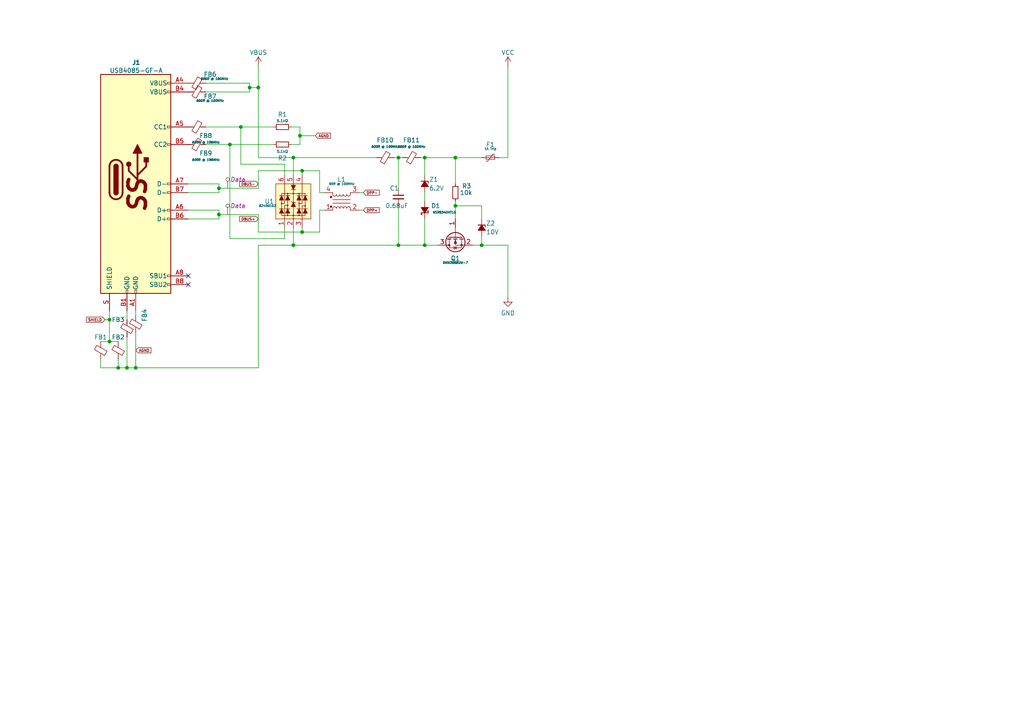
<source format=kicad_sch>
(kicad_sch (version 20230121) (generator eeschema)
  (paper "A4")
  (lib_symbols
    (symbol "Device:C_Small" (pin_numbers hide) (pin_names (offset 0.254) hide)
      (property "Reference" "C" (at 0.254 1.778 0))
      (property "Value" "C_Small" (at 0.254 -2.032 0))
      (symbol "C_Small_0_1"
        (polyline (pts (xy -1.524 -0.508) (xy 1.524 -0.508)) (stroke (width 0.3302)))
        (polyline (pts (xy -1.524 0.508) (xy 1.524 0.508)) (stroke (width 0.3048)))
      )
      (symbol "C_Small_1_1"
        (pin passive line (at 0 2.54 270) (length 2.032) (name "~") (number "1"))
        (pin passive line (at 0 -2.54 90) (length 2.032) (name "~") (number "2"))
      )
    )
    (symbol "Device:D_Schottky_Small_Filled" (pin_numbers hide) (pin_names (offset 0.254) hide)
      (property "Reference" "D" (at -1.27 2.032 0))
      (property "Value" "D_Schottky_Small_Filled" (at -7.112 -2.032 0))
      (symbol "D_Schottky_Small_Filled_0_1"
        (polyline (pts (xy -0.762 0) (xy 0.762 0)))
        (polyline (pts (xy 0.762 -1.016) (xy -0.762 0) (xy 0.762 1.016) (xy 0.762 -1.016)) (stroke (width 0.254)) (fill (type outline)))
        (polyline (pts (xy -1.27 0.762) (xy -1.27 1.016) (xy -0.762 1.016) (xy -0.762 -1.016) (xy -0.254 -1.016) (xy -0.254 -0.762)) (stroke (width 0.254)))
      )
      (symbol "D_Schottky_Small_Filled_1_1"
        (pin passive line (at -2.54 0 0) (length 1.778) (name "K") (number "1"))
        (pin passive line (at 2.54 0 180) (length 1.778) (name "A") (number "2"))
      )
    )
    (symbol "Device:D_Zener_Small_Filled" (pin_numbers hide) (pin_names (offset 0.254) hide)
      (property "Reference" "D" (at 0 2.286 0))
      (property "Value" "D_Zener_Small_Filled" (at 0 -2.286 0))
      (symbol "D_Zener_Small_Filled_0_1"
        (polyline (pts (xy 0.762 0) (xy -0.762 0)))
        (polyline (pts (xy -0.254 1.016) (xy -0.762 1.016) (xy -0.762 -1.016)) (stroke (width 0.254)))
        (polyline (pts (xy 0.762 1.016) (xy -0.762 0) (xy 0.762 -1.016) (xy 0.762 1.016)) (stroke (width 0.254)) (fill (type outline)))
      )
      (symbol "D_Zener_Small_Filled_1_1"
        (pin passive line (at -2.54 0 0) (length 1.778) (name "K") (number "1"))
        (pin passive line (at 2.54 0 180) (length 1.778) (name "A") (number "2"))
      )
    )
    (symbol "Device:FerriteBead_Small" (pin_numbers hide) (pin_names (offset 0))
      (property "Reference" "FB" (at 1.905 1.27 0))
      (property "Value" "FerriteBead_Small" (at 1.905 -1.27 0))
      (symbol "FerriteBead_Small_0_1"
        (polyline (pts (xy 0 -1.27) (xy 0 -0.7874)))
        (polyline (pts (xy 0 0.889) (xy 0 1.2954)))
        (polyline (pts (xy -1.8288 0.2794) (xy -1.1176 1.4986) (xy 1.8288 -0.2032) (xy 1.1176 -1.4224) (xy -1.8288 0.2794)))
      )
      (symbol "FerriteBead_Small_1_1"
        (pin passive line (at 0 2.54 270) (length 1.27) (name "~") (number "1"))
        (pin passive line (at 0 -2.54 90) (length 1.27) (name "~") (number "2"))
      )
    )
    (symbol "Device:Filter_EMI_LL" (pin_names (offset 0.254) hide)
      (property "Reference" "FL" (at 0 4.445 0))
      (property "Value" "Filter_EMI_LL" (at 0 -4.445 0))
      (symbol "Filter_EMI_LL_0_1"
        (circle (center -3.048 -1.27) (radius 0.254) (fill (type outline)))
        (circle (center -3.048 1.524) (radius 0.254) (fill (type outline)))
        (arc (start -2.54 2.032) (mid -2.032 1.5262) (end -1.524 2.032))
        (arc (start -1.524 -2.032) (mid -2.032 -1.5262) (end -2.54 -2.032))
        (arc (start -1.524 2.032) (mid -1.016 1.5262) (end -0.508 2.032))
        (arc (start -0.508 -2.032) (mid -1.016 -1.5262) (end -1.524 -2.032))
        (arc (start -0.508 2.032) (mid 0 1.5262) (end 0.508 2.032))
        (polyline (pts (xy -2.54 -2.032) (xy -2.54 -2.54)))
        (polyline (pts (xy -2.54 0.508) (xy 2.54 0.508)))
        (polyline (pts (xy -2.54 2.032) (xy -2.54 2.54)))
        (polyline (pts (xy 2.54 -2.032) (xy 2.54 -2.54)))
        (polyline (pts (xy 2.54 -0.508) (xy -2.54 -0.508)))
        (polyline (pts (xy 2.54 2.54) (xy 2.54 2.032)))
        (arc (start 0.508 -2.032) (mid 0 -1.5262) (end -0.508 -2.032))
        (arc (start 0.508 2.032) (mid 1.016 1.5262) (end 1.524 2.032))
        (arc (start 1.524 -2.032) (mid 1.016 -1.5262) (end 0.508 -2.032))
        (arc (start 1.524 2.032) (mid 2.032 1.5262) (end 2.54 2.032))
        (arc (start 2.54 -2.032) (mid 2.032 -1.5262) (end 1.524 -2.032))
      )
      (symbol "Filter_EMI_LL_1_1"
        (pin passive line (at -5.08 2.54 0) (length 2.54) (name "1") (number "1"))
        (pin passive line (at 5.08 2.54 180) (length 2.54) (name "2") (number "2"))
        (pin passive line (at 5.08 -2.54 180) (length 2.54) (name "3") (number "3"))
        (pin passive line (at -5.08 -2.54 0) (length 2.54) (name "4") (number "4"))
      )
    )
    (symbol "Device:Polyfuse_Small" (pin_numbers hide) (pin_names (offset 0))
      (property "Reference" "F" (at -1.905 0 90))
      (property "Value" "Polyfuse_Small" (at 1.905 0 90))
      (symbol "Polyfuse_Small_0_1"
        (rectangle (start -0.508 1.27) (end 0.508 -1.27))
        (polyline (pts (xy 0 2.54) (xy 0 -2.54)))
        (polyline (pts (xy -1.016 1.27) (xy -1.016 0.762) (xy 1.016 -0.762) (xy 1.016 -1.27)))
      )
      (symbol "Polyfuse_Small_1_1"
        (pin passive line (at 0 2.54 270) (length 0.635) (name "~") (number "1"))
        (pin passive line (at 0 -2.54 90) (length 0.635) (name "~") (number "2"))
      )
    )
    (symbol "Device:R_Small" (pin_numbers hide) (pin_names (offset 0.254) hide)
      (property "Reference" "R" (at 0.762 0.508 0))
      (property "Value" "R_Small" (at 0.762 -1.016 0))
      (symbol "R_Small_0_1"
        (rectangle (start -0.762 1.778) (end 0.762 -1.778) (stroke (width 0.2032)))
      )
      (symbol "R_Small_1_1"
        (pin passive line (at 0 2.54 270) (length 0.762) (name "~") (number "1"))
        (pin passive line (at 0 -2.54 90) (length 0.762) (name "~") (number "2"))
      )
    )
    (symbol "Power_Protection:WE-TVS-824014"
      (property "Reference" "U" (at 0 6.35 0))
      (property "Value" "WE-TVS-824014" (at 0 -6.35 0))
      (symbol "WE-TVS-824014_0_1"
        (rectangle (start -5.08 5.08) (end 5.08 -5.08) (fill (type background)))
        (circle (center -4.064 -1.651) (radius 0.127))
        (circle (center -4.064 0) (radius 0.127))
        (circle (center -4.064 1.651) (radius 0.127))
        (rectangle (start -4.064 1.651) (end 2.286 -1.651))
        (circle (center -1.27 -3.429) (radius 0.127))
        (circle (center -1.143 1.651) (radius 0.127))
        (circle (center -0.635 -1.651) (radius 0.127))
        (circle (center -0.635 3.429) (radius 0.127))
        (polyline (pts (xy -4.064 0) (xy -5.08 0)))
        (polyline (pts (xy -4.064 0) (xy 2.286 0)) (fill (type outline)))
        (polyline (pts (xy -2.159 -2.794) (xy -2.159 -4.064)))
        (polyline (pts (xy -2.159 -1.016) (xy -2.159 -2.286)))
        (polyline (pts (xy -2.159 2.286) (xy -2.159 1.016)))
        (polyline (pts (xy -2.159 4.064) (xy -2.159 2.794)))
        (polyline (pts (xy -0.508 -0.635) (xy -0.508 -0.635)))
        (polyline (pts (xy 1.651 -2.794) (xy 1.651 -4.064)))
        (polyline (pts (xy 1.651 -1.016) (xy 1.651 -2.286)))
        (polyline (pts (xy 1.651 2.286) (xy 1.651 1.016)))
        (polyline (pts (xy 1.651 4.064) (xy 1.651 2.794)))
        (polyline (pts (xy 2.286 0) (xy 5.08 0)))
        (polyline (pts (xy -1.143 1.651) (xy -1.143 2.54) (xy -5.08 2.54)))
        (polyline (pts (xy -0.635 3.429) (xy -0.635 2.54) (xy 5.08 2.54)))
        (polyline (pts (xy -4.064 -1.651) (xy -4.064 -3.429) (xy 2.286 -3.429) (xy 2.286 -1.651)))
        (polyline (pts (xy -4.064 1.651) (xy -4.064 3.429) (xy 2.286 3.429) (xy 2.286 1.651)))
        (polyline (pts (xy -3.429 -2.794) (xy -3.429 -4.064) (xy -2.159 -3.429) (xy -3.429 -2.794)) (fill (type outline)))
        (polyline (pts (xy -3.429 -1.016) (xy -3.429 -2.286) (xy -2.159 -1.651) (xy -3.429 -1.016)) (fill (type outline)))
        (polyline (pts (xy -3.429 1.016) (xy -3.429 2.286) (xy -2.159 1.651) (xy -3.429 1.016)) (fill (type outline)))
        (polyline (pts (xy -3.429 2.794) (xy -3.429 4.064) (xy -2.159 3.429) (xy -3.429 2.794)) (fill (type outline)))
        (polyline (pts (xy 0 0.635) (xy -0.254 0.381) (xy -0.254 -0.381) (xy -0.508 -0.635)))
        (polyline (pts (xy 0.381 -2.794) (xy 0.381 -4.064) (xy 1.651 -3.429) (xy 0.381 -2.794)) (fill (type outline)))
        (polyline (pts (xy 0.381 -1.016) (xy 0.381 -2.286) (xy 1.651 -1.651) (xy 0.381 -1.016)) (fill (type outline)))
        (polyline (pts (xy 0.381 1.016) (xy 0.381 2.286) (xy 1.651 1.651) (xy 0.381 1.016)) (fill (type outline)))
        (polyline (pts (xy 0.381 2.794) (xy 0.381 4.064) (xy 1.651 3.429) (xy 0.381 2.794)) (fill (type outline)))
        (circle (center 2.286 -1.651) (radius 0.127))
        (circle (center 2.286 0) (radius 0.127))
        (circle (center 2.286 1.651) (radius 0.127))
      )
      (symbol "WE-TVS-824014_1_1"
        (polyline (pts (xy 3.429 0.635) (xy 3.429 -0.635)))
        (polyline (pts (xy -1.27 -3.429) (xy -1.27 -2.54) (xy -5.08 -2.54)))
        (polyline (pts (xy -0.635 -1.651) (xy -0.635 -2.54) (xy 5.08 -2.54)))
        (polyline (pts (xy -1.524 0.635) (xy -1.524 -0.635) (xy -0.254 0) (xy -1.524 0.635)) (fill (type outline)))
        (polyline (pts (xy 4.699 0.635) (xy 4.699 -0.635) (xy 3.429 0) (xy 4.699 0.635)) (fill (type outline)))
        (pin passive line (at -7.62 2.54 0) (length 2.54) (name "~") (number "1"))
        (pin passive line (at -7.62 0 0) (length 2.54) (name "~") (number "2"))
        (pin passive line (at -7.62 -2.54 0) (length 2.54) (name "~") (number "3"))
        (pin passive line (at 7.62 -2.54 180) (length 2.54) (name "~") (number "4"))
        (pin passive line (at 7.62 0 180) (length 2.54) (name "~") (number "5"))
        (pin passive line (at 7.62 2.54 180) (length 2.54) (name "~") (number "6"))
      )
    )
    (symbol "Transistor_FET:DMN2058U" (pin_names hide)
      (property "Reference" "Q" (at 5.08 1.905 0))
      (property "Value" "DMN2058U" (at 5.08 0 0))
      (symbol "DMN2058U_0_1"
        (polyline (pts (xy 0.254 0) (xy -2.54 0)))
        (polyline (pts (xy 0.254 1.905) (xy 0.254 -1.905)) (stroke (width 0.254)))
        (polyline (pts (xy 0.762 -1.27) (xy 0.762 -2.286)) (stroke (width 0.254)))
        (polyline (pts (xy 0.762 0.508) (xy 0.762 -0.508)) (stroke (width 0.254)))
        (polyline (pts (xy 0.762 2.286) (xy 0.762 1.27)) (stroke (width 0.254)))
        (polyline (pts (xy 2.54 2.54) (xy 2.54 1.778)))
        (polyline (pts (xy 2.54 -2.54) (xy 2.54 0) (xy 0.762 0)))
        (polyline (pts (xy 0.762 -1.778) (xy 3.302 -1.778) (xy 3.302 1.778) (xy 0.762 1.778)))
        (polyline (pts (xy 1.016 0) (xy 2.032 0.381) (xy 2.032 -0.381) (xy 1.016 0)) (fill (type outline)))
        (polyline (pts (xy 2.794 0.508) (xy 2.921 0.381) (xy 3.683 0.381) (xy 3.81 0.254)))
        (polyline (pts (xy 3.302 0.381) (xy 2.921 -0.254) (xy 3.683 -0.254) (xy 3.302 0.381)))
        (circle (center 1.651 0) (radius 2.794) (stroke (width 0.254)))
        (circle (center 2.54 -1.778) (radius 0.254) (fill (type outline)))
        (circle (center 2.54 1.778) (radius 0.254) (fill (type outline)))
      )
      (symbol "DMN2058U_1_1"
        (pin input line (at -5.08 0 0) (length 2.54) (name "G") (number "1"))
        (pin passive line (at 2.54 -5.08 90) (length 2.54) (name "S") (number "2"))
        (pin passive line (at 2.54 5.08 270) (length 2.54) (name "D") (number "3"))
      )
    )
    (symbol "acheronSymbols:TYPE-C-31-M12_13" (pin_names (offset 1.016))
      (property "Reference" "J" (at -1.27 35.56 0))
      (property "Value" "TYPE-C-31-M12_13" (at 10.16 33.02 0))
      (symbol "TYPE-C-31-M12_13_0_0"
        (rectangle (start -0.254 -31.75) (end 0.254 -30.734))
        (rectangle (start 10.16 -28.956) (end 9.144 -29.464))
        (rectangle (start 10.16 -26.416) (end 9.144 -26.924))
        (rectangle (start 10.16 -9.906) (end 9.144 -10.414))
        (rectangle (start 10.16 -7.366) (end 9.144 -7.874))
        (rectangle (start 10.16 -2.286) (end 9.144 -2.794))
        (rectangle (start 10.16 0.254) (end 9.144 -0.254))
        (rectangle (start 10.16 11.684) (end 9.144 11.176))
        (rectangle (start 10.16 16.764) (end 9.144 16.256))
        (rectangle (start 10.16 29.464) (end 9.144 28.956))
        (text "SS" (at 0.508 -3.175 900) (effects (font (size 5.08 5.08) bold italic)))
      )
      (symbol "TYPE-C-31-M12_13_0_1"
        (rectangle (start -10.16 31.75) (end 10.16 -31.75) (stroke (width 0.254)) (fill (type background)))
        (arc (start -7.62 -2.54) (mid -5.715 -4.4367) (end -3.81 -2.54) (stroke (width 0.508)))
        (arc (start -6.35 -2.54) (mid -5.715 -3.1723) (end -5.08 -2.54) (stroke (width 0.254)))
        (arc (start -6.35 -2.54) (mid -5.715 -3.1723) (end -5.08 -2.54) (stroke (width 0.254)) (fill (type outline)))
        (rectangle (start -6.35 -2.54) (end -5.08 5.08) (stroke (width 0.254)) (fill (type outline)))
        (arc (start -5.08 5.08) (mid -5.715 5.7123) (end -6.35 5.08) (stroke (width 0.254)))
        (arc (start -5.08 5.08) (mid -5.715 5.7123) (end -6.35 5.08) (stroke (width 0.254)) (fill (type outline)))
        (arc (start -3.81 5.08) (mid -5.715 6.9767) (end -7.62 5.08) (stroke (width 0.508)))
        (circle (center -2.032 5.715) (radius 0.635) (stroke (width 0.254)) (fill (type outline)))
        (polyline (pts (xy -7.62 -2.54) (xy -7.62 5.08)) (stroke (width 0.508)))
        (polyline (pts (xy -3.81 5.08) (xy -3.81 -2.54)) (stroke (width 0.508)))
        (polyline (pts (xy 0.508 0) (xy 0.508 8.89)) (stroke (width 0.508)))
        (polyline (pts (xy 0.508 1.27) (xy -2.032 3.81) (xy -2.032 5.08)) (stroke (width 0.508)))
        (polyline (pts (xy 0.508 2.54) (xy 3.048 5.08) (xy 3.048 6.35)) (stroke (width 0.508)))
        (polyline (pts (xy -0.762 8.89) (xy 0.508 11.43) (xy 1.778 8.89) (xy -0.762 8.89)) (stroke (width 0.254)) (fill (type outline)))
        (rectangle (start 2.413 6.35) (end 3.683 7.62) (stroke (width 0.254)) (fill (type outline)))
      )
      (symbol "TYPE-C-31-M12_13_1_1"
        (rectangle (start -2.794 -31.75) (end -2.286 -30.734))
        (rectangle (start 10.16 26.924) (end 9.144 26.416))
        (pin power_out line (at 0 -36.83 90) (length 5.08) (name "GND") (number "A1"))
        (pin power_out line (at 15.24 29.21 180) (length 5.08) (name "VBUS") (number "A4"))
        (pin bidirectional line (at 15.24 16.51 180) (length 5.08) (name "CC1") (number "A5"))
        (pin bidirectional line (at 15.24 -7.62 180) (length 5.08) (name "D+") (number "A6"))
        (pin bidirectional line (at 15.24 0 180) (length 5.08) (name "D-") (number "A7"))
        (pin bidirectional line (at 15.24 -26.67 180) (length 5.08) (name "SBU1") (number "A8"))
        (pin power_out line (at -2.54 -36.83 90) (length 5.08) (name "GND") (number "B1"))
        (pin power_out line (at 15.24 26.67 180) (length 5.08) (name "VBUS") (number "B4"))
        (pin bidirectional line (at 15.24 11.43 180) (length 5.08) (name "CC2") (number "B5"))
        (pin bidirectional line (at 15.24 -10.16 180) (length 5.08) (name "D+") (number "B6"))
        (pin bidirectional line (at 15.24 -2.54 180) (length 5.08) (name "D-") (number "B7"))
        (pin bidirectional line (at 15.24 -29.21 180) (length 5.08) (name "SBU2") (number "B8"))
        (pin passive line (at -7.62 -36.83 90) (length 5.08) (name "SHIELD") (number "S"))
      )
    )
    (symbol "power:GND" (power) (pin_names (offset 0))
      (property "Value" "GND" (at 0 -3.81 0))
      (symbol "GND_0_1"
        (polyline (pts (xy 0 0) (xy 0 -1.27) (xy 1.27 -1.27) (xy 0 -2.54) (xy -1.27 -1.27) (xy 0 -1.27)))
      )
      (symbol "GND_1_1"
        (pin power_in line (at 0 0 270) (length 0) hide (name "GND") (number "1"))
      )
    )
    (symbol "power:VBUS" (power) (pin_names (offset 0))
      (property "Value" "VBUS" (at 0 3.81 0))
      (symbol "VBUS_0_1"
        (polyline (pts (xy -0.762 1.27) (xy 0 2.54)))
        (polyline (pts (xy 0 0) (xy 0 2.54)))
        (polyline (pts (xy 0 2.54) (xy 0.762 1.27)))
      )
      (symbol "VBUS_1_1"
        (pin power_in line (at 0 0 90) (length 0) hide (name "VBUS") (number "1"))
      )
    )
    (symbol "power:VCC" (power) (pin_names (offset 0))
      (property "Value" "VCC" (at 0 3.81 0))
      (symbol "VCC_0_1"
        (polyline (pts (xy -0.762 1.27) (xy 0 2.54)))
        (polyline (pts (xy 0 0) (xy 0 2.54)))
        (polyline (pts (xy 0 2.54) (xy 0.762 1.27)))
      )
      (symbol "VCC_1_1"
        (pin power_in line (at 0 0 90) (length 0) hide (name "VCC") (number "1"))
      )
    )
  )
  (junction (at 139.7 71.12))
  (junction (at 87.63 67.31))
  (junction (at 31.75 92.71))
  (junction (at 69.85 36.83))
  (junction (at 87.63 49.53))
  (junction (at 132.08 59.69))
  (junction (at 39.37 106.68))
  (junction (at 72.39 25.4))
  (junction (at 115.57 71.12))
  (junction (at 63.5 54.61))
  (junction (at 74.93 25.4))
  (junction (at 123.19 45.72))
  (junction (at 85.09 45.72))
  (junction (at 36.83 106.68))
  (junction (at 66.675 41.91))
  (junction (at 132.08 45.72))
  (junction (at 31.75 99.06))
  (junction (at 63.5 62.23))
  (junction (at 123.19 71.12))
  (junction (at 85.09 71.12))
  (junction (at 86.995 39.37))
  (junction (at 115.57 45.72))
  (junction (at 34.29 106.68))
  (no_connect (at 54.61 80.01))
  (no_connect (at 54.61 82.55))
  (wire (pts (xy 123.19 55.88) (xy 123.19 58.42)))
  (wire (pts (xy 74.93 19.05) (xy 74.93 25.4)))
  (wire (pts (xy 36.83 97.79) (xy 36.83 106.68)))
  (wire (pts (xy 39.37 106.68) (xy 36.83 106.68)))
  (wire (pts (xy 123.19 63.5) (xy 123.19 71.12)))
  (wire (pts (xy 85.09 71.12) (xy 115.57 71.12)))
  (wire (pts (xy 115.57 59.69) (xy 115.57 71.12)))
  (wire (pts (xy 72.39 26.67) (xy 72.39 25.4)))
  (wire (pts (xy 115.57 45.72) (xy 115.57 54.61)))
  (wire (pts (xy 54.61 60.96) (xy 63.5 60.96)))
  (wire (pts (xy 147.32 19.05) (xy 147.32 45.72)))
  (wire (pts (xy 85.09 66.04) (xy 85.09 71.12)))
  (wire (pts (xy 104.14 55.88) (xy 105.41 55.88)))
  (wire (pts (xy 66.675 69.215) (xy 66.675 41.91)))
  (wire (pts (xy 93.98 60.96) (xy 92.71 60.96)))
  (wire (pts (xy 104.14 60.96) (xy 105.41 60.96)))
  (wire (pts (xy 92.71 49.53) (xy 92.71 55.88)))
  (wire (pts (xy 82.55 47.625) (xy 69.85 47.625)))
  (wire (pts (xy 87.63 49.53) (xy 87.63 50.8)))
  (wire (pts (xy 87.63 66.04) (xy 87.63 67.31)))
  (wire (pts (xy 123.19 71.12) (xy 127 71.12)))
  (wire (pts (xy 121.92 45.72) (xy 123.19 45.72)))
  (wire (pts (xy 139.7 68.58) (xy 139.7 71.12)))
  (wire (pts (xy 63.5 60.96) (xy 63.5 62.23)))
  (wire (pts (xy 74.93 106.68) (xy 74.93 71.12)))
  (wire (pts (xy 74.93 67.31) (xy 87.63 67.31)))
  (wire (pts (xy 72.39 25.4) (xy 74.93 25.4)))
  (wire (pts (xy 139.7 71.12) (xy 147.32 71.12)))
  (wire (pts (xy 59.69 41.91) (xy 66.675 41.91)))
  (wire (pts (xy 29.21 99.06) (xy 31.75 99.06)))
  (wire (pts (xy 132.08 45.72) (xy 139.7 45.72)))
  (wire (pts (xy 54.61 63.5) (xy 63.5 63.5)))
  (wire (pts (xy 31.75 90.17) (xy 31.75 92.71)))
  (wire (pts (xy 59.69 24.13) (xy 72.39 24.13)))
  (wire (pts (xy 31.75 92.71) (xy 31.75 99.06)))
  (wire (pts (xy 123.19 45.72) (xy 132.08 45.72)))
  (wire (pts (xy 123.19 45.72) (xy 123.19 50.8)))
  (wire (pts (xy 74.93 62.23) (xy 74.93 67.31)))
  (wire (pts (xy 39.37 106.68) (xy 74.93 106.68)))
  (wire (pts (xy 139.7 59.69) (xy 139.7 63.5)))
  (wire (pts (xy 92.71 60.96) (xy 92.71 67.31)))
  (wire (pts (xy 85.09 45.72) (xy 109.22 45.72)))
  (wire (pts (xy 144.78 45.72) (xy 147.32 45.72)))
  (wire (pts (xy 79.375 36.83) (xy 69.85 36.83)))
  (wire (pts (xy 87.63 67.31) (xy 92.71 67.31)))
  (wire (pts (xy 54.61 55.88) (xy 63.5 55.88)))
  (wire (pts (xy 74.93 54.61) (xy 74.93 49.53)))
  (wire (pts (xy 74.93 25.4) (xy 74.93 45.72)))
  (wire (pts (xy 132.08 45.72) (xy 132.08 53.34)))
  (wire (pts (xy 29.21 106.68) (xy 34.29 106.68)))
  (wire (pts (xy 63.5 54.61) (xy 63.5 55.88)))
  (wire (pts (xy 132.08 59.69) (xy 132.08 63.5)))
  (wire (pts (xy 39.37 96.52) (xy 39.37 106.68)))
  (wire (pts (xy 74.93 71.12) (xy 85.09 71.12)))
  (wire (pts (xy 66.675 41.91) (xy 79.375 41.91)))
  (wire (pts (xy 137.16 71.12) (xy 139.7 71.12)))
  (wire (pts (xy 54.61 53.34) (xy 63.5 53.34)))
  (wire (pts (xy 59.69 26.67) (xy 72.39 26.67)))
  (wire (pts (xy 82.55 69.215) (xy 66.675 69.215)))
  (wire (pts (xy 86.995 36.83) (xy 86.995 39.37)))
  (wire (pts (xy 82.55 66.04) (xy 82.55 69.215)))
  (wire (pts (xy 74.93 45.72) (xy 85.09 45.72)))
  (wire (pts (xy 132.08 59.69) (xy 132.08 58.42)))
  (wire (pts (xy 69.85 47.625) (xy 69.85 36.83)))
  (wire (pts (xy 87.63 49.53) (xy 92.71 49.53)))
  (wire (pts (xy 114.3 45.72) (xy 115.57 45.72)))
  (wire (pts (xy 63.5 62.23) (xy 74.93 62.23)))
  (wire (pts (xy 86.995 41.91) (xy 84.455 41.91)))
  (wire (pts (xy 31.75 99.06) (xy 34.29 99.06)))
  (wire (pts (xy 74.93 49.53) (xy 87.63 49.53)))
  (wire (pts (xy 92.71 55.88) (xy 93.98 55.88)))
  (wire (pts (xy 29.21 106.68) (xy 29.21 104.14)))
  (wire (pts (xy 63.5 53.34) (xy 63.5 54.61)))
  (wire (pts (xy 82.55 47.625) (xy 82.55 50.8)))
  (wire (pts (xy 36.83 90.17) (xy 36.83 92.71)))
  (wire (pts (xy 34.29 106.68) (xy 36.83 106.68)))
  (wire (pts (xy 39.37 90.17) (xy 39.37 91.44)))
  (wire (pts (xy 115.57 71.12) (xy 123.19 71.12)))
  (wire (pts (xy 85.09 45.72) (xy 85.09 50.8)))
  (wire (pts (xy 91.44 39.37) (xy 86.995 39.37)))
  (wire (pts (xy 63.5 54.61) (xy 74.93 54.61)))
  (wire (pts (xy 147.32 71.12) (xy 147.32 86.36)))
  (wire (pts (xy 59.69 36.83) (xy 69.85 36.83)))
  (wire (pts (xy 30.48 92.71) (xy 31.75 92.71)))
  (wire (pts (xy 63.5 62.23) (xy 63.5 63.5)))
  (wire (pts (xy 115.57 45.72) (xy 116.84 45.72)))
  (wire (pts (xy 34.29 106.68) (xy 34.29 104.14)))
  (wire (pts (xy 84.455 36.83) (xy 86.995 36.83)))
  (wire (pts (xy 132.08 59.69) (xy 139.7 59.69)))
  (wire (pts (xy 86.995 39.37) (xy 86.995 41.91)))
  (wire (pts (xy 72.39 24.13) (xy 72.39 25.4)))
  (global_label "DPP-" (shape input) (at 105.41 55.88 0) (effects (font (size 0.75 0.75))) (property "Intersheetrefs" "${INTERSHEET_REFS}" (effects hide)))
  (global_label "DBUS+" (shape input) (at 74.93 63.5 180) (effects (font (size 0.762 0.762))) (property "Intersheetrefs" "${INTERSHEET_REFS}" (effects hide)))
  (global_label "SHIELD" (shape input) (at 30.48 92.71 180) (effects (font (size 0.762 0.762))) (property "Intersheetrefs" "${INTERSHEET_REFS}" (effects hide)))
  (global_label "DPP+" (shape input) (at 105.41 60.96 0) (effects (font (size 0.75 0.75))) (property "Intersheetrefs" "${INTERSHEET_REFS}" (effects hide)))
  (global_label "AGND" (shape input) (at 91.44 39.37 0) (effects (font (size 0.762 0.762))) (property "Intersheetrefs" "${INTERSHEET_REFS}" (effects hide)))
  (global_label "DBUS-" (shape input) (at 74.93 53.34 180) (effects (font (size 0.762 0.762))) (property "Intersheetrefs" "${INTERSHEET_REFS}" (effects hide)))
  (global_label "AGND" (shape input) (at 39.37 101.6 0) (effects (font (size 0.762 0.762))) (property "Intersheetrefs" "${INTERSHEET_REFS}" (effects hide)))
  (netclass_flag "" (length 2.54) (shape round) (at 66.04 54.61 0) (property "Netclass" "Data" (at 66.7385 52.07 0) (effects (font italic) (justify left))))
  (netclass_flag "" (length 2.54) (shape round) (at 66.04 62.23 0) (property "Netclass" "Data" (at 66.7385 59.69 0) (effects (font italic) (justify left))))
  (symbol (lib_id "Device:FerriteBead_Small") (at 57.15 36.83 90) (unit 1)
    (property "Reference" "FB8" (at 59.69 39.37 90))
    (property "Value" "600R @ 100MHz" (at 59.7281 41.275 90) (effects (font (size 0.635 0.635) italic)))
    (property "Footprint" "Resistor_SMD:R_0402_1005Metric_Pad0.72x0.64mm_HandSolder" (effects hide))
    (property "Datasheet" "https://www.we-online.com/katalog/datasheet/742792651.pdf" (effects hide))
  )
  (symbol (lib_id "Device:D_Zener_Small_Filled") (at 139.7 66.04 270) (unit 1)
    (property "Reference" "Z2" (at 140.97 64.77 90) (effects (justify left)))
    (property "Value" "10V" (at 140.97 67.31 90) (effects (justify left)))
    (property "Footprint" "Diode_SMD:D_SOD-323" (effects hide))
    (property "Datasheet" "https://rocelec.widen.net/view/pdf/mmjrjopmpw/PHGLS22257-1.pdf" (effects hide))
    (property "Mfr PN" "PDZ10B,115" (effects hide))
  )
  (symbol (lib_id "power:VBUS") (at 74.93 19.05 0) (unit 1)
    (property "Reference" "#PWR03" (effects hide))
    (property "Value" "VBUS" (at 74.93 15.24 0))
  )
  (symbol (lib_id "Device:FerriteBead_Small") (at 36.83 95.25 180) (unit 1)
    (property "Reference" "FB3" (at 34.29 92.71 0))
    (property "Value" "600R @ 100MHz" (effects hide))
    (property "Footprint" "Resistor_SMD:R_0402_1005Metric_Pad0.72x0.64mm_HandSolder" (effects hide))
    (property "Datasheet" "https://www.we-online.com/katalog/datasheet/742792651.pdf" (effects hide))
  )
  (symbol (lib_id "power:GND") (at 147.32 86.36 0) (mirror y) (unit 1)
    (property "Reference" "#PWR06" (effects hide))
    (property "Value" "GND" (at 147.32 90.805 0))
  )
  (symbol (lib_id "acheronSymbols:TYPE-C-31-M12_13") (at 39.37 53.34 0) (unit 1)
    (property "Reference" "J1" (at 39.497 18.1568 0) (effects (font bold)))
    (property "Value" "USB4085-GF-A" (at 39.497 20.4555 0))
    (property "Footprint" "acheron_Connectors:TYPE-C-31-M-12" (effects hide))
    (property "Datasheet" "https://datasheet.lcsc.com/szlcsc/1811131825_Korean-Hroparts-Elec-TYPE-C-31-M-12_C165948.pdf" (effects hide))
    (property "Manufacturer" "Korean Hroparts Elec" (effects hide))
    (property "MFR P/N" "TYPE-C-31-M-12" (effects hide))
    (property "MANUFACTURER" "Korean Hroparts Elec" (effects hide))
    (property "Package" "TYPE-C-31_L8.94_W7.3" (effects hide))
  )
  (symbol (lib_id "Device:D_Schottky_Small_Filled") (at 123.19 60.96 90) (unit 1)
    (property "Reference" "D1" (at 126.365 59.69 90))
    (property "Value" "NSR0340HT1G" (at 128.905 61.595 90) (effects (font (size 0.635 0.635))))
    (property "Footprint" "Diode_SMD:D_SOD-323" (effects hide))
    (property "Datasheet" "https://assets.nexperia.com/documents/data-sheet/BAS85.pdf" (effects hide))
    (property "Mfr PN" "NSR0340HT1G" (effects hide))
  )
  (symbol (lib_id "Device:Filter_EMI_LL") (at 99.06 58.42 0) (mirror x) (unit 1)
    (property "Reference" "L1" (at 99.06 52.07 0))
    (property "Value" "90R @ 100MHz" (at 99.06 53.34 0) (effects (font (size 0.635 0.635) italic)))
    (property "Footprint" "1-web-footprints:CMC-WE-744232090" (effects hide))
    (property "Datasheet" "https://www.we-online.com/katalog/datasheet/744232090.pdf" (effects hide))
  )
  (symbol (lib_id "Device:D_Zener_Small_Filled") (at 123.19 53.34 270) (unit 1)
    (property "Reference" "Z1" (at 124.46 52.07 90) (effects (justify left)))
    (property "Value" "6.2V" (at 124.46 54.61 90) (effects (justify left)))
    (property "Footprint" "Diode_SMD:D_SOD-323" (effects hide))
    (property "Datasheet" "https://media.digikey.com/pdf/Data%20Sheets/ON%20Semiconductor%20PDFs/MM3ZyyyT1G_SZMM3ZyyyT1G_Series_rev.11_Sep2014.pdf" (effects hide))
    (property "Mfr PN" "MM3Z6V2T1G" (effects hide))
  )
  (symbol (lib_id "Transistor_FET:DMN2058U") (at 132.08 68.58 90) (mirror x) (unit 1)
    (property "Reference" "Q1" (at 132.08 74.93 90))
    (property "Value" "DMN2058UW-7" (at 132.08 76.2 90) (effects (font (size 0.635 0.635) italic)))
    (property "Footprint" "Package_TO_SOT_SMD:SOT-23" (effects hide))
    (property "Datasheet" "https://www.diodes.com/assets/Datasheets/DMN2058UW.pdf" (effects hide))
  )
  (symbol (lib_id "Device:R_Small") (at 132.08 55.88 0) (mirror y) (unit 1)
    (property "Reference" "R3" (at 133.985 53.975 0) (effects (justify right)))
    (property "Value" "10k" (at 133.35 55.88 0) (effects (justify right)))
    (property "Footprint" "Resistor_SMD:R_0402_1005Metric_Pad0.72x0.64mm_HandSolder" (effects hide))
  )
  (symbol (lib_id "Device:R_Small") (at 81.915 36.83 90) (unit 1)
    (property "Reference" "R1" (at 81.915 33.1794 90))
    (property "Value" "5.1kΩ" (at 81.915 35.0595 90) (effects (font (size 0.75 0.75))))
    (property "Footprint" "Resistor_SMD:R_0402_1005Metric_Pad0.72x0.64mm_HandSolder" (effects hide))
    (property "Datasheet" "https://datasheet.lcsc.com/szlcsc/Uniroyal-Elec-0603WAF5101T5E_C23186.pdf" (effects hide))
    (property "Manufacturer" "Uniroyal Elec" (effects hide))
    (property "MFR P/N" "0603WAF5101T5E" (effects hide))
    (property "Package" "0603" (effects hide))
    (property "MANUFACTURER" "Uniroyal Elec" (effects hide))
  )
  (symbol (lib_id "Device:FerriteBead_Small") (at 39.37 93.98 180) (unit 1)
    (property "Reference" "FB4" (at 41.91 91.44 90))
    (property "Value" "600R @ 100MHz" (effects hide))
    (property "Footprint" "Resistor_SMD:R_0402_1005Metric_Pad0.72x0.64mm_HandSolder" (effects hide))
    (property "Datasheet" "https://www.we-online.com/katalog/datasheet/742792651.pdf" (effects hide))
  )
  (symbol (lib_id "Device:R_Small") (at 81.915 41.91 90) (unit 1)
    (property "Reference" "R2" (at 81.915 45.8794 90))
    (property "Value" "5.1kΩ" (at 81.915 43.9495 90) (effects (font (size 0.75 0.75))))
    (property "Footprint" "Resistor_SMD:R_0402_1005Metric_Pad0.72x0.64mm_HandSolder" (effects hide))
    (property "Datasheet" "https://datasheet.lcsc.com/szlcsc/Uniroyal-Elec-0603WAF5101T5E_C23186.pdf" (effects hide))
    (property "Manufacturer" "Uniroyal Elec" (effects hide))
    (property "MFR P/N" "0603WAF5101T5E" (effects hide))
    (property "Package" "0603" (effects hide))
    (property "MANUFACTURER" "Uniroyal Elec" (effects hide))
  )
  (symbol (lib_id "Device:FerriteBead_Small") (at 119.38 45.72 90) (unit 1)
    (property "Reference" "FB11" (at 119.3419 40.64 90))
    (property "Value" "600R @ 100MHz" (at 119.38 42.545 90) (effects (font (size 0.635 0.635) italic)))
    (property "Footprint" "Resistor_SMD:R_0402_1005Metric_Pad0.72x0.64mm_HandSolder" (effects hide))
    (property "Datasheet" "https://www.we-online.com/katalog/datasheet/742792651.pdf" (effects hide))
  )
  (symbol (lib_id "Device:FerriteBead_Small") (at 57.15 41.91 90) (unit 1)
    (property "Reference" "FB9" (at 59.69 44.45 90))
    (property "Value" "600R @ 100MHz" (at 59.7281 46.355 90) (effects (font (size 0.635 0.635) italic)))
    (property "Footprint" "Resistor_SMD:R_0402_1005Metric_Pad0.72x0.64mm_HandSolder" (effects hide))
    (property "Datasheet" "https://www.we-online.com/katalog/datasheet/742792651.pdf" (effects hide))
  )
  (symbol (lib_id "Device:FerriteBead_Small") (at 57.15 24.13 90) (unit 1)
    (property "Reference" "FB6" (at 60.96 21.59 90))
    (property "Value" "600R @ 100MHz" (at 62.23 22.86 90) (effects (font (size 0.635 0.635) italic)))
    (property "Footprint" "Resistor_SMD:R_0402_1005Metric_Pad0.72x0.64mm_HandSolder" (effects hide))
    (property "Datasheet" "https://www.we-online.com/katalog/datasheet/742792651.pdf" (effects hide))
  )
  (symbol (lib_id "power:VCC") (at 147.32 19.05 0) (unit 1)
    (property "Reference" "#PWR05" (effects hide))
    (property "Value" "VCC" (at 147.32 15.24 0))
  )
  (symbol (lib_id "Device:Polyfuse_Small") (at 142.24 45.72 270) (unit 1)
    (property "Reference" "F1" (at 142.24 41.91 90))
    (property "Value" "1A Trip" (at 142.24 43.18 90) (effects (font (size 0.635 0.635))))
    (property "Footprint" "Fuse:Fuse_1206_3216Metric_Pad1.42x1.75mm_HandSolder" (effects hide))
  )
  (symbol (lib_id "Power_Protection:WE-TVS-824014") (at 85.09 58.42 90) (unit 1)
    (property "Reference" "U1" (at 78.105 58.42 90))
    (property "Value" "82400102" (at 80.01 59.69 90) (effects (font (size 0.635 0.635) italic) (justify left)))
    (property "Footprint" "Package_TO_SOT_SMD:SOT-23-6_Handsoldering" (effects hide))
    (property "Datasheet" "https://www.we-online.com/katalog/datasheet/824014.pdf" (effects hide))
  )
  (symbol (lib_id "Device:C_Small") (at 115.57 57.15 0) (unit 1)
    (property "Reference" "C1" (at 113.03 54.61 0) (effects (justify left)))
    (property "Value" "0.68uF" (at 111.76 59.69 0) (effects (justify left)))
    (property "Footprint" "Capacitor_SMD:C_0402_1005Metric_Pad0.74x0.62mm_HandSolder" (effects hide))
  )
  (symbol (lib_id "Device:FerriteBead_Small") (at 34.29 101.6 180) (unit 1)
    (property "Reference" "FB2" (at 34.29 97.79 0))
    (property "Value" "600R @ 100MHz" (effects hide))
    (property "Footprint" "Resistor_SMD:R_0402_1005Metric_Pad0.72x0.64mm_HandSolder" (effects hide))
    (property "Datasheet" "https://www.we-online.com/katalog/datasheet/742792651.pdf" (effects hide))
  )
  (symbol (lib_id "Device:FerriteBead_Small") (at 29.21 101.6 180) (unit 1)
    (property "Reference" "FB1" (at 29.21 97.79 0))
    (property "Value" "600R @ 100MHz" (effects hide))
    (property "Footprint" "Resistor_SMD:R_0402_1005Metric_Pad0.72x0.64mm_HandSolder" (effects hide))
    (property "Datasheet" "https://www.we-online.com/katalog/datasheet/742792651.pdf" (effects hide))
  )
  (symbol (lib_id "Device:FerriteBead_Small") (at 111.76 45.72 90) (unit 1)
    (property "Reference" "FB10" (at 111.7219 40.64 90))
    (property "Value" "600R @ 100MHz" (at 111.76 42.545 90) (effects (font (size 0.635 0.635) italic)))
    (property "Footprint" "Resistor_SMD:R_0402_1005Metric_Pad0.72x0.64mm_HandSolder" (effects hide))
    (property "Datasheet" "https://www.we-online.com/katalog/datasheet/742792651.pdf" (effects hide))
  )
  (symbol (lib_id "Device:FerriteBead_Small") (at 57.15 26.67 90) (unit 1)
    (property "Reference" "FB7" (at 60.96 27.94 90))
    (property "Value" "600R @ 100MHz" (at 60.96 29.21 90) (effects (font (size 0.635 0.635) italic)))
    (property "Footprint" "Resistor_SMD:R_0402_1005Metric_Pad0.72x0.64mm_HandSolder" (effects hide))
    (property "Datasheet" "https://www.we-online.com/katalog/datasheet/742792651.pdf" (effects hide))
  )
)
</source>
